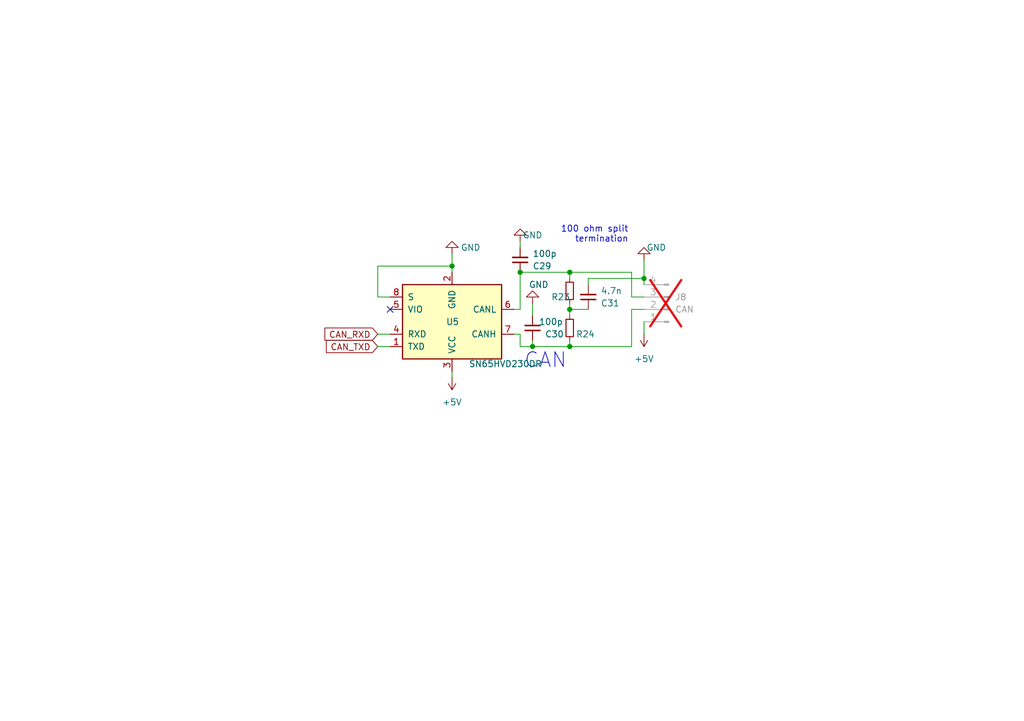
<source format=kicad_sch>
(kicad_sch (version 20231120) (generator "eeschema") (generator_version "8.0")
  (paper "A5")
  (title_block (title "CAN"))
  (lib_symbols
    (symbol "Connector:Conn_01x04_Pin" (pin_names (offset 1.016) hide)
      (property "Reference" "J" (at 0 5.08 0))
      (property "Value" "Conn_01x04_Pin" (at 0 -7.62 0))
      (symbol "Conn_01x04_Pin_1_1"
        (polyline (pts (xy 1.27 -5.08) (xy 0.8636 -5.08)) (stroke (width 0.1524)))
        (polyline (pts (xy 1.27 -2.54) (xy 0.8636 -2.54)) (stroke (width 0.1524)))
        (polyline (pts (xy 1.27 0) (xy 0.8636 0)) (stroke (width 0.1524)))
        (polyline (pts (xy 1.27 2.54) (xy 0.8636 2.54)) (stroke (width 0.1524)))
        (rectangle (start 0.8636 -4.953) (end 0 -5.207) (stroke (width 0.1524)) (fill (type outline)))
        (rectangle (start 0.8636 -2.413) (end 0 -2.667) (stroke (width 0.1524)) (fill (type outline)))
        (rectangle (start 0.8636 0.127) (end 0 -0.127) (stroke (width 0.1524)) (fill (type outline)))
        (rectangle (start 0.8636 2.667) (end 0 2.413) (stroke (width 0.1524)) (fill (type outline)))
        (pin passive line (at 5.08 2.54 180) (length 3.81) (name "Pin_1") (number "1"))
        (pin passive line (at 5.08 0 180) (length 3.81) (name "Pin_2") (number "2"))
        (pin passive line (at 5.08 -2.54 180) (length 3.81) (name "Pin_3") (number "3"))
        (pin passive line (at 5.08 -5.08 180) (length 3.81) (name "Pin_4") (number "4"))
      )
    )
    (symbol "Device:C_Small" (pin_numbers hide) (pin_names (offset 0.254) hide)
      (property "Reference" "C" (at 0.254 1.778 0))
      (property "Value" "C_Small" (at 0.254 -2.032 0))
      (symbol "C_Small_0_1"
        (polyline (pts (xy -1.524 -0.508) (xy 1.524 -0.508)) (stroke (width 0.3302)))
        (polyline (pts (xy -1.524 0.508) (xy 1.524 0.508)) (stroke (width 0.3048)))
      )
      (symbol "C_Small_1_1"
        (pin passive line (at 0 2.54 270) (length 2.032) (name "~") (number "1"))
        (pin passive line (at 0 -2.54 90) (length 2.032) (name "~") (number "2"))
      )
    )
    (symbol "Device:R_Small" (pin_numbers hide) (pin_names (offset 0.254) hide)
      (property "Reference" "R" (at 0.762 0.508 0))
      (property "Value" "R_Small" (at 0.762 -1.016 0))
      (symbol "R_Small_0_1"
        (rectangle (start -0.762 1.778) (end 0.762 -1.778) (stroke (width 0.2032)))
      )
      (symbol "R_Small_1_1"
        (pin passive line (at 0 2.54 270) (length 0.762) (name "~") (number "1"))
        (pin passive line (at 0 -2.54 90) (length 0.762) (name "~") (number "2"))
      )
    )
    (symbol "Interface_CAN_LIN:TJA1051T-3" (pin_names (offset 1.016))
      (property "Reference" "U" (at -10.16 8.89 0))
      (property "Value" "TJA1051T-3" (at 1.27 8.89 0))
      (symbol "TJA1051T-3_0_1"
        (rectangle (start -10.16 7.62) (end 10.16 -7.62) (stroke (width 0.254)) (fill (type background)))
      )
      (symbol "TJA1051T-3_1_1"
        (pin input line (at -12.7 5.08 0) (length 2.54) (name "TXD") (number "1"))
        (pin power_in line (at 0 -10.16 90) (length 2.54) (name "GND") (number "2"))
        (pin power_in line (at 0 10.16 270) (length 2.54) (name "VCC") (number "3"))
        (pin output line (at -12.7 2.54 0) (length 2.54) (name "RXD") (number "4"))
        (pin power_in line (at -12.7 -2.54 0) (length 2.54) (name "VIO") (number "5"))
        (pin bidirectional line (at 12.7 -2.54 180) (length 2.54) (name "CANL") (number "6"))
        (pin bidirectional line (at 12.7 2.54 180) (length 2.54) (name "CANH") (number "7"))
        (pin input line (at -12.7 -5.08 0) (length 2.54) (name "S") (number "8"))
      )
    )
    (symbol "power:+5V" (power) (pin_numbers hide) (pin_names (offset 0) hide)
      (property "Value" "+5V" (at 0 3.556 0))
      (symbol "+5V_0_1"
        (polyline (pts (xy -0.762 1.27) (xy 0 2.54)))
        (polyline (pts (xy 0 0) (xy 0 2.54)))
        (polyline (pts (xy 0 2.54) (xy 0.762 1.27)))
      )
      (symbol "+5V_1_1"
        (pin power_in line (at 0 0 90) (length 0) (name "~") (number "1"))
      )
    )
    (symbol "power:GND" (power) (pin_numbers hide) (pin_names (offset 0) hide)
      (property "Value" "GND" (at 0 -3.81 0))
      (symbol "GND_0_1"
        (polyline (pts (xy 0 0) (xy 0 -1.27) (xy 1.27 -1.27) (xy 0 -2.54) (xy -1.27 -1.27) (xy 0 -1.27)))
      )
      (symbol "GND_1_1"
        (pin power_in line (at 0 0 270) (length 0) (name "~") (number "1"))
      )
    )
  )
  (junction (at 116.84 71.12))
  (junction (at 106.68 55.88))
  (junction (at 92.71 54.61))
  (junction (at 116.84 55.88))
  (junction (at 116.84 63.5))
  (junction (at 132.08 57.15))
  (junction (at 109.22 71.12))
  (no_connect (at 80.01 63.5))
  (wire (pts (xy 109.22 71.12) (xy 106.68 71.12)))
  (wire (pts (xy 77.47 68.58) (xy 80.01 68.58)))
  (wire (pts (xy 77.47 60.96) (xy 80.01 60.96)))
  (wire (pts (xy 106.68 71.12) (xy 106.68 68.58)))
  (wire (pts (xy 120.65 58.42) (xy 120.65 57.15)))
  (wire (pts (xy 116.84 64.77) (xy 116.84 63.5)))
  (wire (pts (xy 77.47 71.12) (xy 80.01 71.12)))
  (wire (pts (xy 132.08 53.34) (xy 132.08 57.15)))
  (wire (pts (xy 132.08 60.96) (xy 129.54 60.96)))
  (wire (pts (xy 116.84 63.5) (xy 116.84 62.23)))
  (wire (pts (xy 77.47 54.61) (xy 77.47 60.96)))
  (wire (pts (xy 109.22 64.77) (xy 109.22 62.23)))
  (wire (pts (xy 116.84 71.12) (xy 116.84 69.85)))
  (wire (pts (xy 106.68 50.8) (xy 106.68 49.53)))
  (wire (pts (xy 129.54 55.88) (xy 116.84 55.88)))
  (wire (pts (xy 105.41 63.5) (xy 106.68 63.5)))
  (wire (pts (xy 120.65 63.5) (xy 116.84 63.5)))
  (wire (pts (xy 129.54 71.12) (xy 116.84 71.12)))
  (wire (pts (xy 92.71 54.61) (xy 77.47 54.61)))
  (wire (pts (xy 129.54 63.5) (xy 132.08 63.5)))
  (wire (pts (xy 92.71 55.88) (xy 92.71 54.61)))
  (wire (pts (xy 129.54 71.12) (xy 129.54 63.5)))
  (wire (pts (xy 106.68 55.88) (xy 116.84 55.88)))
  (wire (pts (xy 92.71 76.2) (xy 92.71 77.47)))
  (wire (pts (xy 129.54 60.96) (xy 129.54 55.88)))
  (wire (pts (xy 116.84 55.88) (xy 116.84 57.15)))
  (wire (pts (xy 109.22 71.12) (xy 109.22 69.85)))
  (wire (pts (xy 106.68 63.5) (xy 106.68 55.88)))
  (wire (pts (xy 132.08 57.15) (xy 120.65 57.15)))
  (wire (pts (xy 92.71 54.61) (xy 92.71 52.07)))
  (wire (pts (xy 105.41 68.58) (xy 106.68 68.58)))
  (wire (pts (xy 132.08 57.15) (xy 132.08 58.42)))
  (wire (pts (xy 116.84 71.12) (xy 109.22 71.12)))
  (wire (pts (xy 132.08 68.58) (xy 132.08 66.04)))
  (text "CAN" (at 116.332 75.819 0) (effects (font (size 2.9972 2.9972)) (justify right bottom)))
  (text "100 ohm split\n termination" (at 128.905 49.911 0) (effects (font (size 1.27 1.27)) (justify right bottom)))
  (global_label "CAN_RXD" (shape input) (at 77.47 68.58 180) (property "Intersheetrefs" "${INTERSHEET_REFS}" (effects (hide yes))))
  (global_label "CAN_TXD" (shape input) (at 77.47 71.12 180) (property "Intersheetrefs" "${INTERSHEET_REFS}" (effects (hide yes))))
  (symbol (lib_id "power:GND") (at 106.68 49.53 180) (unit 1)
    (property "Reference" "#PWR026" (effects (hide yes)))
    (property "Value" "GND" (at 109.22 48.26 0))
  )
  (symbol (lib_id "power:GND") (at 92.71 52.07 180) (unit 1)
    (property "Reference" "#PWR024" (effects (hide yes)))
    (property "Value" "GND" (at 96.52 50.8 0))
  )
  (symbol (lib_id "Device:R_Small") (at 116.84 67.31 0) (mirror y) (unit 1)
    (property "Reference" "R24" (at 118.11 68.58 0) (effects (justify right)))
    (property "Value" "100Ω" (effects (hide yes)))
    (property "Footprint" "Resistor_SMD:R_0402_1005Metric" (effects (hide yes)))
    (property "LCSC" "C25076" (effects (hide yes)))
  )
  (symbol (lib_id "power:+5V") (at 92.71 77.47 0) (mirror x) (unit 1)
    (property "Reference" "#PWR025" (effects (hide yes)))
    (property "Value" "+5V" (at 92.71 82.55 0))
    (property "Description" "Power symbol creates a global label with name \"+5V\"" (effects (hide yes)))
  )
  (symbol (lib_id "power:GND") (at 109.22 62.23 180) (unit 1)
    (property "Reference" "#PWR027" (effects (hide yes)))
    (property "Value" "GND" (at 110.49 58.42 0))
  )
  (symbol (lib_id "Device:C_Small") (at 109.22 67.31 0) (mirror x) (unit 1)
    (property "Reference" "C30" (at 111.76 68.58 0) (effects (justify left)))
    (property "Value" "100p" (at 110.49 66.04 0) (effects (justify left)))
    (property "Footprint" "Capacitor_SMD:C_0402_1005Metric" (effects (hide yes)))
    (property "LCSC" "C1546" (effects (hide yes)))
  )
  (symbol (lib_id "Device:C_Small") (at 120.65 60.96 0) (mirror x) (unit 1)
    (property "Reference" "C31" (at 123.19 62.23 0) (effects (justify left)))
    (property "Value" "4.7n" (at 123.19 59.69 0) (effects (justify left)))
    (property "Footprint" "Capacitor_SMD:C_0402_1005Metric" (effects (hide yes)))
    (property "Datasheet" "https://datasheet.lcsc.com/lcsc/1811031110_FH--Guangdong-Fenghua-Advanced-Tech-0402B472K500NT_C1538.pdf" (effects (hide yes)))
    (property "LCSC" "C1538" (effects (hide yes)))
  )
  (symbol (lib_id "Device:R_Small") (at 116.84 59.69 0) (mirror y) (unit 1)
    (property "Reference" "R23" (at 113.03 60.96 0) (effects (justify right)))
    (property "Value" "100Ω" (effects (hide yes)))
    (property "Footprint" "Resistor_SMD:R_0402_1005Metric" (effects (hide yes)))
    (property "LCSC" "C25076" (effects (hide yes)))
  )
  (symbol (lib_id "Connector:Conn_01x04_Pin") (at 137.16 63.5 180) (unit 1) (dnp yes)
    (property "Reference" "J8" (at 138.43 60.9599 0) (effects (justify right)))
    (property "Value" "CAN" (at 138.43 63.4999 0) (effects (justify right)))
    (property "Footprint" "Connector_JST:JST_PH_B4B-PH-K_1x04_P2.00mm_Vertical" (effects (hide yes)))
    (property "Description" "Generic connector, single row, 01x04, script generated" (effects (hide yes)))
  )
  (symbol (lib_id "power:GND") (at 132.08 53.34 0) (mirror x) (unit 1)
    (property "Reference" "#PWR028" (effects (hide yes)))
    (property "Value" "GND" (at 134.62 50.8 0))
  )
  (symbol (lib_id "Interface_CAN_LIN:TJA1051T-3") (at 92.71 66.04 0) (mirror x) (unit 1)
    (property "Reference" "U5" (at 91.44 66.04 0) (effects (justify left)))
    (property "Value" "SN65HVD230DR" (at 96.139 74.676 0) (effects (justify left)))
    (property "Footprint" "Package_SO:SOIC-8_3.9x4.9mm_P1.27mm" (effects (hide yes)))
    (property "Datasheet" "https://datasheet.lcsc.com/lcsc/1809201810_NXP-Semicon-TJA1050T-CM-118_C6952.pdf" (effects (hide yes)))
    (property "LCSC" "C12084" (effects (hide yes)))
  )
  (symbol (lib_id "Device:C_Small") (at 106.68 53.34 0) (mirror x) (unit 1)
    (property "Reference" "C29" (at 109.22 54.61 0) (effects (justify left)))
    (property "Value" "100p" (at 109.22 52.07 0) (effects (justify left)))
    (property "Footprint" "Capacitor_SMD:C_0402_1005Metric" (effects (hide yes)))
    (property "LCSC" "C1546" (effects (hide yes)))
  )
  (symbol (lib_id "power:+5V") (at 132.08 68.58 180) (unit 1)
    (property "Reference" "#PWR029" (effects (hide yes)))
    (property "Value" "+5V" (at 132.08 73.66 0))
  )
)
</source>
